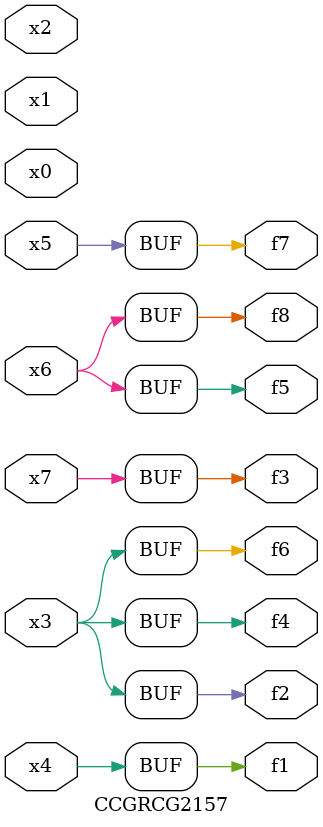
<source format=v>
module CCGRCG2157(
	input x0, x1, x2, x3, x4, x5, x6, x7,
	output f1, f2, f3, f4, f5, f6, f7, f8
);
	assign f1 = x4;
	assign f2 = x3;
	assign f3 = x7;
	assign f4 = x3;
	assign f5 = x6;
	assign f6 = x3;
	assign f7 = x5;
	assign f8 = x6;
endmodule

</source>
